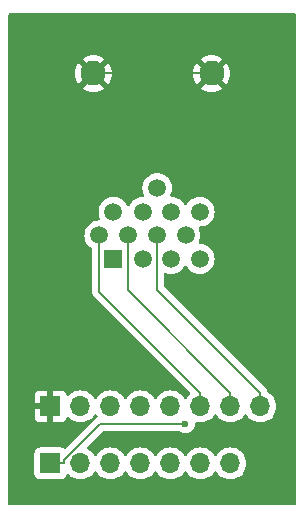
<source format=gbr>
%TF.GenerationSoftware,KiCad,Pcbnew,8.0.6*%
%TF.CreationDate,2025-02-06T00:10:06+01:00*%
%TF.ProjectId,breakout,62726561-6b6f-4757-942e-6b696361645f,rev?*%
%TF.SameCoordinates,Original*%
%TF.FileFunction,Copper,L2,Bot*%
%TF.FilePolarity,Positive*%
%FSLAX46Y46*%
G04 Gerber Fmt 4.6, Leading zero omitted, Abs format (unit mm)*
G04 Created by KiCad (PCBNEW 8.0.6) date 2025-02-06 00:10:06*
%MOMM*%
%LPD*%
G01*
G04 APERTURE LIST*
%TA.AperFunction,ComponentPad*%
%ADD10R,1.508000X1.508000*%
%TD*%
%TA.AperFunction,ComponentPad*%
%ADD11C,1.508000*%
%TD*%
%TA.AperFunction,ComponentPad*%
%ADD12C,2.100000*%
%TD*%
%TA.AperFunction,ComponentPad*%
%ADD13R,1.700000X1.700000*%
%TD*%
%TA.AperFunction,ComponentPad*%
%ADD14O,1.700000X1.700000*%
%TD*%
%TA.AperFunction,ViaPad*%
%ADD15C,0.600000*%
%TD*%
%TA.AperFunction,Conductor*%
%ADD16C,0.200000*%
%TD*%
G04 APERTURE END LIST*
D10*
%TO.P,J1,1,1*%
%TO.N,/e*%
X91442000Y-102568000D03*
D11*
%TO.P,J1,2,2*%
%TO.N,/B*%
X93942000Y-102568000D03*
%TO.P,J1,3,3*%
%TO.N,/G*%
X96342000Y-102568000D03*
%TO.P,J1,4,4*%
%TO.N,/D*%
X98742000Y-102568000D03*
%TO.P,J1,5,5*%
%TO.N,/A*%
X90242000Y-100568000D03*
%TO.P,J1,6,6*%
%TO.N,/E*%
X92642000Y-100568000D03*
%TO.P,J1,7,7*%
%TO.N,/Pickup*%
X95142000Y-100568000D03*
%TO.P,J1,8,8*%
%TO.N,/level*%
X97542000Y-100568000D03*
%TO.P,J1,9,9*%
%TO.N,/select*%
X91442000Y-98568000D03*
%TO.P,J1,10,10*%
%TO.N,/sw1*%
X93942000Y-98568000D03*
%TO.P,J1,11,11*%
%TO.N,/sw2*%
X96342000Y-98568000D03*
%TO.P,J1,12,12*%
%TO.N,/vcc*%
X98742000Y-98568000D03*
%TO.P,J1,13,13*%
%TO.N,/vee*%
X95142000Y-96568000D03*
D12*
%TO.P,J1,E1,GND*%
%TO.N,GND*%
X99742000Y-86868000D03*
%TO.P,J1,E2,GND__1*%
X89742000Y-86868000D03*
%TD*%
D13*
%TO.P,J3,1,Pin_1*%
%TO.N,/level*%
X86106000Y-119888000D03*
D14*
%TO.P,J3,2,Pin_2*%
%TO.N,/select*%
X88646000Y-119888000D03*
%TO.P,J3,3,Pin_3*%
%TO.N,unconnected-(J3-Pin_3-Pad3)*%
X91186000Y-119888000D03*
%TO.P,J3,4,Pin_4*%
%TO.N,/sw1*%
X93726000Y-119888000D03*
%TO.P,J3,5,Pin_5*%
%TO.N,/sw2*%
X96266000Y-119888000D03*
%TO.P,J3,6,Pin_6*%
%TO.N,/vcc*%
X98806000Y-119888000D03*
%TO.P,J3,7,Pin_7*%
%TO.N,/vee*%
X101346000Y-119888000D03*
%TD*%
D13*
%TO.P,J2,1,Pin_1*%
%TO.N,GND*%
X86106000Y-115062000D03*
D14*
%TO.P,J2,2,Pin_2*%
%TO.N,/e*%
X88646000Y-115062000D03*
%TO.P,J2,3,Pin_3*%
%TO.N,/B*%
X91186000Y-115062000D03*
%TO.P,J2,4,Pin_4*%
%TO.N,/G*%
X93726000Y-115062000D03*
%TO.P,J2,5,Pin_5*%
%TO.N,/D*%
X96266000Y-115062000D03*
%TO.P,J2,6,Pin_6*%
%TO.N,/A*%
X98806000Y-115062000D03*
%TO.P,J2,7,Pin_7*%
%TO.N,/E*%
X101346000Y-115062000D03*
%TO.P,J2,8,Pin_8*%
%TO.N,/Pickup*%
X103886000Y-115062000D03*
%TD*%
D15*
%TO.N,/level*%
X97536000Y-116523000D03*
%TD*%
D16*
%TO.N,/level*%
X90335100Y-116523000D02*
X97536000Y-116523000D01*
X87257700Y-119600000D02*
X90335100Y-116523000D01*
X87257700Y-119888000D02*
X87257700Y-119600000D01*
X86106000Y-119888000D02*
X87257700Y-119888000D01*
%TO.N,/A*%
X90242000Y-105346000D02*
X90242000Y-100568000D01*
X98806000Y-113910000D02*
X90242000Y-105346000D01*
X98806000Y-115062000D02*
X98806000Y-113910000D01*
%TO.N,/Pickup*%
X95142000Y-105166000D02*
X95142000Y-100568000D01*
X103886000Y-113910000D02*
X95142000Y-105166000D01*
X103886000Y-115062000D02*
X103886000Y-113910000D01*
%TO.N,/E*%
X92642000Y-105206000D02*
X92642000Y-100568000D01*
X101346000Y-113910000D02*
X92642000Y-105206000D01*
X101346000Y-115062000D02*
X101346000Y-113910000D01*
%TO.N,GND*%
X99742000Y-86868000D02*
X89742000Y-86868000D01*
%TD*%
%TA.AperFunction,Conductor*%
%TO.N,GND*%
G36*
X106877039Y-81800185D02*
G01*
X106922794Y-81852989D01*
X106934000Y-81904500D01*
X106934000Y-123320000D01*
X106914315Y-123387039D01*
X106861511Y-123432794D01*
X106810000Y-123444000D01*
X82674000Y-123444000D01*
X82606961Y-123424315D01*
X82561206Y-123371511D01*
X82550000Y-123320000D01*
X82550000Y-118990135D01*
X84755500Y-118990135D01*
X84755500Y-120785870D01*
X84755501Y-120785876D01*
X84761908Y-120845483D01*
X84812202Y-120980328D01*
X84812206Y-120980335D01*
X84898452Y-121095544D01*
X84898455Y-121095547D01*
X85013664Y-121181793D01*
X85013671Y-121181797D01*
X85148517Y-121232091D01*
X85148516Y-121232091D01*
X85155444Y-121232835D01*
X85208127Y-121238500D01*
X87003872Y-121238499D01*
X87063483Y-121232091D01*
X87198331Y-121181796D01*
X87313546Y-121095546D01*
X87399796Y-120980331D01*
X87448810Y-120848916D01*
X87490681Y-120792984D01*
X87556145Y-120768566D01*
X87624418Y-120783417D01*
X87652673Y-120804569D01*
X87774599Y-120926495D01*
X87871384Y-120994265D01*
X87968165Y-121062032D01*
X87968167Y-121062033D01*
X87968170Y-121062035D01*
X88182337Y-121161903D01*
X88410592Y-121223063D01*
X88587034Y-121238500D01*
X88645999Y-121243659D01*
X88646000Y-121243659D01*
X88646001Y-121243659D01*
X88704966Y-121238500D01*
X88881408Y-121223063D01*
X89109663Y-121161903D01*
X89323830Y-121062035D01*
X89517401Y-120926495D01*
X89684495Y-120759401D01*
X89814425Y-120573842D01*
X89869002Y-120530217D01*
X89938500Y-120523023D01*
X90000855Y-120554546D01*
X90017575Y-120573842D01*
X90147500Y-120759395D01*
X90147505Y-120759401D01*
X90314599Y-120926495D01*
X90411384Y-120994265D01*
X90508165Y-121062032D01*
X90508167Y-121062033D01*
X90508170Y-121062035D01*
X90722337Y-121161903D01*
X90950592Y-121223063D01*
X91127034Y-121238500D01*
X91185999Y-121243659D01*
X91186000Y-121243659D01*
X91186001Y-121243659D01*
X91244966Y-121238500D01*
X91421408Y-121223063D01*
X91649663Y-121161903D01*
X91863830Y-121062035D01*
X92057401Y-120926495D01*
X92224495Y-120759401D01*
X92354425Y-120573842D01*
X92409002Y-120530217D01*
X92478500Y-120523023D01*
X92540855Y-120554546D01*
X92557575Y-120573842D01*
X92687500Y-120759395D01*
X92687505Y-120759401D01*
X92854599Y-120926495D01*
X92951384Y-120994265D01*
X93048165Y-121062032D01*
X93048167Y-121062033D01*
X93048170Y-121062035D01*
X93262337Y-121161903D01*
X93490592Y-121223063D01*
X93667034Y-121238500D01*
X93725999Y-121243659D01*
X93726000Y-121243659D01*
X93726001Y-121243659D01*
X93784966Y-121238500D01*
X93961408Y-121223063D01*
X94189663Y-121161903D01*
X94403830Y-121062035D01*
X94597401Y-120926495D01*
X94764495Y-120759401D01*
X94894425Y-120573842D01*
X94949002Y-120530217D01*
X95018500Y-120523023D01*
X95080855Y-120554546D01*
X95097575Y-120573842D01*
X95227500Y-120759395D01*
X95227505Y-120759401D01*
X95394599Y-120926495D01*
X95491384Y-120994265D01*
X95588165Y-121062032D01*
X95588167Y-121062033D01*
X95588170Y-121062035D01*
X95802337Y-121161903D01*
X96030592Y-121223063D01*
X96207034Y-121238500D01*
X96265999Y-121243659D01*
X96266000Y-121243659D01*
X96266001Y-121243659D01*
X96324966Y-121238500D01*
X96501408Y-121223063D01*
X96729663Y-121161903D01*
X96943830Y-121062035D01*
X97137401Y-120926495D01*
X97304495Y-120759401D01*
X97434425Y-120573842D01*
X97489002Y-120530217D01*
X97558500Y-120523023D01*
X97620855Y-120554546D01*
X97637575Y-120573842D01*
X97767500Y-120759395D01*
X97767505Y-120759401D01*
X97934599Y-120926495D01*
X98031384Y-120994265D01*
X98128165Y-121062032D01*
X98128167Y-121062033D01*
X98128170Y-121062035D01*
X98342337Y-121161903D01*
X98570592Y-121223063D01*
X98747034Y-121238500D01*
X98805999Y-121243659D01*
X98806000Y-121243659D01*
X98806001Y-121243659D01*
X98864966Y-121238500D01*
X99041408Y-121223063D01*
X99269663Y-121161903D01*
X99483830Y-121062035D01*
X99677401Y-120926495D01*
X99844495Y-120759401D01*
X99974425Y-120573842D01*
X100029002Y-120530217D01*
X100098500Y-120523023D01*
X100160855Y-120554546D01*
X100177575Y-120573842D01*
X100307500Y-120759395D01*
X100307505Y-120759401D01*
X100474599Y-120926495D01*
X100571384Y-120994265D01*
X100668165Y-121062032D01*
X100668167Y-121062033D01*
X100668170Y-121062035D01*
X100882337Y-121161903D01*
X101110592Y-121223063D01*
X101287034Y-121238500D01*
X101345999Y-121243659D01*
X101346000Y-121243659D01*
X101346001Y-121243659D01*
X101404966Y-121238500D01*
X101581408Y-121223063D01*
X101809663Y-121161903D01*
X102023830Y-121062035D01*
X102217401Y-120926495D01*
X102384495Y-120759401D01*
X102520035Y-120565830D01*
X102619903Y-120351663D01*
X102681063Y-120123408D01*
X102701659Y-119888000D01*
X102681063Y-119652592D01*
X102619903Y-119424337D01*
X102520035Y-119210171D01*
X102514425Y-119202158D01*
X102384494Y-119016597D01*
X102217402Y-118849506D01*
X102217395Y-118849501D01*
X102023834Y-118713967D01*
X102023830Y-118713965D01*
X101969782Y-118688762D01*
X101809663Y-118614097D01*
X101809659Y-118614096D01*
X101809655Y-118614094D01*
X101581413Y-118552938D01*
X101581403Y-118552936D01*
X101346001Y-118532341D01*
X101345999Y-118532341D01*
X101110596Y-118552936D01*
X101110586Y-118552938D01*
X100882344Y-118614094D01*
X100882335Y-118614098D01*
X100668171Y-118713964D01*
X100668169Y-118713965D01*
X100474597Y-118849505D01*
X100307505Y-119016597D01*
X100177575Y-119202158D01*
X100122998Y-119245783D01*
X100053500Y-119252977D01*
X99991145Y-119221454D01*
X99974425Y-119202158D01*
X99844494Y-119016597D01*
X99677402Y-118849506D01*
X99677395Y-118849501D01*
X99483834Y-118713967D01*
X99483830Y-118713965D01*
X99429782Y-118688762D01*
X99269663Y-118614097D01*
X99269659Y-118614096D01*
X99269655Y-118614094D01*
X99041413Y-118552938D01*
X99041403Y-118552936D01*
X98806001Y-118532341D01*
X98805999Y-118532341D01*
X98570596Y-118552936D01*
X98570586Y-118552938D01*
X98342344Y-118614094D01*
X98342335Y-118614098D01*
X98128171Y-118713964D01*
X98128169Y-118713965D01*
X97934597Y-118849505D01*
X97767505Y-119016597D01*
X97637575Y-119202158D01*
X97582998Y-119245783D01*
X97513500Y-119252977D01*
X97451145Y-119221454D01*
X97434425Y-119202158D01*
X97304494Y-119016597D01*
X97137402Y-118849506D01*
X97137395Y-118849501D01*
X96943834Y-118713967D01*
X96943830Y-118713965D01*
X96889782Y-118688762D01*
X96729663Y-118614097D01*
X96729659Y-118614096D01*
X96729655Y-118614094D01*
X96501413Y-118552938D01*
X96501403Y-118552936D01*
X96266001Y-118532341D01*
X96265999Y-118532341D01*
X96030596Y-118552936D01*
X96030586Y-118552938D01*
X95802344Y-118614094D01*
X95802335Y-118614098D01*
X95588171Y-118713964D01*
X95588169Y-118713965D01*
X95394597Y-118849505D01*
X95227505Y-119016597D01*
X95097575Y-119202158D01*
X95042998Y-119245783D01*
X94973500Y-119252977D01*
X94911145Y-119221454D01*
X94894425Y-119202158D01*
X94764494Y-119016597D01*
X94597402Y-118849506D01*
X94597395Y-118849501D01*
X94403834Y-118713967D01*
X94403830Y-118713965D01*
X94349782Y-118688762D01*
X94189663Y-118614097D01*
X94189659Y-118614096D01*
X94189655Y-118614094D01*
X93961413Y-118552938D01*
X93961403Y-118552936D01*
X93726001Y-118532341D01*
X93725999Y-118532341D01*
X93490596Y-118552936D01*
X93490586Y-118552938D01*
X93262344Y-118614094D01*
X93262335Y-118614098D01*
X93048171Y-118713964D01*
X93048169Y-118713965D01*
X92854597Y-118849505D01*
X92687505Y-119016597D01*
X92557575Y-119202158D01*
X92502998Y-119245783D01*
X92433500Y-119252977D01*
X92371145Y-119221454D01*
X92354425Y-119202158D01*
X92224494Y-119016597D01*
X92057402Y-118849506D01*
X92057395Y-118849501D01*
X91863834Y-118713967D01*
X91863830Y-118713965D01*
X91809782Y-118688762D01*
X91649663Y-118614097D01*
X91649659Y-118614096D01*
X91649655Y-118614094D01*
X91421413Y-118552938D01*
X91421403Y-118552936D01*
X91186001Y-118532341D01*
X91185999Y-118532341D01*
X90950596Y-118552936D01*
X90950586Y-118552938D01*
X90722344Y-118614094D01*
X90722335Y-118614098D01*
X90508171Y-118713964D01*
X90508169Y-118713965D01*
X90314597Y-118849505D01*
X90147505Y-119016597D01*
X90017575Y-119202158D01*
X89962998Y-119245783D01*
X89893500Y-119252977D01*
X89831145Y-119221454D01*
X89814425Y-119202158D01*
X89684494Y-119016597D01*
X89517402Y-118849506D01*
X89517395Y-118849501D01*
X89323834Y-118713967D01*
X89323831Y-118713965D01*
X89323830Y-118713965D01*
X89258822Y-118683651D01*
X89206383Y-118637478D01*
X89187231Y-118570284D01*
X89207447Y-118503403D01*
X89223549Y-118483585D01*
X89799544Y-117907665D01*
X90547495Y-117159813D01*
X90608820Y-117126332D01*
X90635170Y-117123500D01*
X96953588Y-117123500D01*
X97020627Y-117143185D01*
X97030903Y-117150555D01*
X97033736Y-117152814D01*
X97033738Y-117152816D01*
X97186478Y-117248789D01*
X97356745Y-117308368D01*
X97356750Y-117308369D01*
X97535996Y-117328565D01*
X97536000Y-117328565D01*
X97536004Y-117328565D01*
X97715249Y-117308369D01*
X97715252Y-117308368D01*
X97715255Y-117308368D01*
X97885522Y-117248789D01*
X98038262Y-117152816D01*
X98165816Y-117025262D01*
X98261789Y-116872522D01*
X98321368Y-116702255D01*
X98341565Y-116523000D01*
X98340167Y-116510596D01*
X98352219Y-116441778D01*
X98399567Y-116390397D01*
X98467176Y-116372770D01*
X98495479Y-116376936D01*
X98570592Y-116397063D01*
X98741319Y-116412000D01*
X98805999Y-116417659D01*
X98806000Y-116417659D01*
X98806001Y-116417659D01*
X98870681Y-116412000D01*
X99041408Y-116397063D01*
X99269663Y-116335903D01*
X99483830Y-116236035D01*
X99677401Y-116100495D01*
X99844495Y-115933401D01*
X99974425Y-115747842D01*
X100029002Y-115704217D01*
X100098500Y-115697023D01*
X100160855Y-115728546D01*
X100177575Y-115747842D01*
X100307500Y-115933395D01*
X100307505Y-115933401D01*
X100474599Y-116100495D01*
X100551135Y-116154086D01*
X100668165Y-116236032D01*
X100668167Y-116236033D01*
X100668170Y-116236035D01*
X100882337Y-116335903D01*
X101110592Y-116397063D01*
X101281319Y-116412000D01*
X101345999Y-116417659D01*
X101346000Y-116417659D01*
X101346001Y-116417659D01*
X101410681Y-116412000D01*
X101581408Y-116397063D01*
X101809663Y-116335903D01*
X102023830Y-116236035D01*
X102217401Y-116100495D01*
X102384495Y-115933401D01*
X102514425Y-115747842D01*
X102569002Y-115704217D01*
X102638500Y-115697023D01*
X102700855Y-115728546D01*
X102717575Y-115747842D01*
X102847500Y-115933395D01*
X102847505Y-115933401D01*
X103014599Y-116100495D01*
X103091135Y-116154086D01*
X103208165Y-116236032D01*
X103208167Y-116236033D01*
X103208170Y-116236035D01*
X103422337Y-116335903D01*
X103650592Y-116397063D01*
X103821319Y-116412000D01*
X103885999Y-116417659D01*
X103886000Y-116417659D01*
X103886001Y-116417659D01*
X103950681Y-116412000D01*
X104121408Y-116397063D01*
X104349663Y-116335903D01*
X104563830Y-116236035D01*
X104757401Y-116100495D01*
X104924495Y-115933401D01*
X105060035Y-115739830D01*
X105159903Y-115525663D01*
X105221063Y-115297408D01*
X105241659Y-115062000D01*
X105221063Y-114826592D01*
X105159903Y-114598337D01*
X105060035Y-114384171D01*
X105054425Y-114376158D01*
X104924494Y-114190597D01*
X104757402Y-114023506D01*
X104757395Y-114023501D01*
X104722408Y-113999003D01*
X104680854Y-113969906D01*
X104563831Y-113887965D01*
X104563824Y-113887961D01*
X104545321Y-113879333D01*
X104492882Y-113833160D01*
X104477954Y-113799050D01*
X104445577Y-113678216D01*
X104416638Y-113628092D01*
X104366524Y-113541290D01*
X104366521Y-113541286D01*
X104366520Y-113541284D01*
X104254716Y-113429480D01*
X104254715Y-113429479D01*
X104250385Y-113425149D01*
X104250374Y-113425139D01*
X95778819Y-104953584D01*
X95745334Y-104892261D01*
X95742500Y-104865903D01*
X95742500Y-103866999D01*
X95762185Y-103799960D01*
X95814989Y-103754205D01*
X95884147Y-103744261D01*
X95908920Y-103750481D01*
X95911288Y-103751342D01*
X95911297Y-103751347D01*
X96123326Y-103808161D01*
X96279521Y-103821826D01*
X96341998Y-103827292D01*
X96342000Y-103827292D01*
X96342002Y-103827292D01*
X96396786Y-103822499D01*
X96560674Y-103808161D01*
X96772703Y-103751347D01*
X96971646Y-103658579D01*
X97151457Y-103532674D01*
X97306674Y-103377457D01*
X97432579Y-103197646D01*
X97432583Y-103197637D01*
X97434608Y-103194130D01*
X97485172Y-103145910D01*
X97553778Y-103132683D01*
X97618645Y-103158646D01*
X97649392Y-103194130D01*
X97651425Y-103197653D01*
X97777322Y-103377452D01*
X97777327Y-103377458D01*
X97932541Y-103532672D01*
X97932547Y-103532677D01*
X98112349Y-103658576D01*
X98112351Y-103658577D01*
X98112354Y-103658579D01*
X98311297Y-103751347D01*
X98523326Y-103808161D01*
X98679521Y-103821826D01*
X98741998Y-103827292D01*
X98742000Y-103827292D01*
X98742002Y-103827292D01*
X98796786Y-103822499D01*
X98960674Y-103808161D01*
X99172703Y-103751347D01*
X99371646Y-103658579D01*
X99551457Y-103532674D01*
X99706674Y-103377457D01*
X99832579Y-103197646D01*
X99925347Y-102998703D01*
X99982161Y-102786674D01*
X100001292Y-102568000D01*
X99982161Y-102349326D01*
X99925347Y-102137297D01*
X99832579Y-101938354D01*
X99832577Y-101938351D01*
X99832576Y-101938349D01*
X99706677Y-101758547D01*
X99706672Y-101758541D01*
X99551458Y-101603327D01*
X99551452Y-101603322D01*
X99371650Y-101477423D01*
X99371642Y-101477419D01*
X99172708Y-101384655D01*
X99172706Y-101384654D01*
X99172703Y-101384653D01*
X99021885Y-101344240D01*
X98960675Y-101327839D01*
X98960668Y-101327838D01*
X98763525Y-101310591D01*
X98698456Y-101285139D01*
X98657477Y-101228548D01*
X98653599Y-101158786D01*
X98661948Y-101134662D01*
X98725347Y-100998703D01*
X98782161Y-100786674D01*
X98801292Y-100568000D01*
X98782161Y-100349326D01*
X98725347Y-100137297D01*
X98661950Y-100001340D01*
X98651458Y-99932263D01*
X98679978Y-99868479D01*
X98738455Y-99830240D01*
X98763516Y-99825409D01*
X98960674Y-99808161D01*
X99172703Y-99751347D01*
X99371646Y-99658579D01*
X99551457Y-99532674D01*
X99706674Y-99377457D01*
X99832579Y-99197646D01*
X99925347Y-98998703D01*
X99982161Y-98786674D01*
X100001292Y-98568000D01*
X99982161Y-98349326D01*
X99925347Y-98137297D01*
X99832579Y-97938354D01*
X99832577Y-97938351D01*
X99832576Y-97938349D01*
X99706677Y-97758547D01*
X99706672Y-97758541D01*
X99551458Y-97603327D01*
X99551452Y-97603322D01*
X99371650Y-97477423D01*
X99371642Y-97477419D01*
X99172708Y-97384655D01*
X99172706Y-97384654D01*
X99172703Y-97384653D01*
X99021885Y-97344240D01*
X98960675Y-97327839D01*
X98960668Y-97327838D01*
X98742002Y-97308708D01*
X98741998Y-97308708D01*
X98523331Y-97327838D01*
X98523324Y-97327839D01*
X98400902Y-97360642D01*
X98311297Y-97384653D01*
X98311295Y-97384653D01*
X98311291Y-97384655D01*
X98112357Y-97477419D01*
X98112349Y-97477423D01*
X97932547Y-97603322D01*
X97932541Y-97603327D01*
X97777327Y-97758541D01*
X97777322Y-97758547D01*
X97651420Y-97938353D01*
X97649388Y-97941875D01*
X97598822Y-97990092D01*
X97530215Y-98003316D01*
X97465350Y-97977349D01*
X97434612Y-97941875D01*
X97432579Y-97938353D01*
X97306677Y-97758547D01*
X97306672Y-97758541D01*
X97151458Y-97603327D01*
X97151452Y-97603322D01*
X96971650Y-97477423D01*
X96971642Y-97477419D01*
X96772708Y-97384655D01*
X96772706Y-97384654D01*
X96772703Y-97384653D01*
X96621885Y-97344240D01*
X96560675Y-97327839D01*
X96560668Y-97327838D01*
X96363525Y-97310591D01*
X96298456Y-97285139D01*
X96257477Y-97228548D01*
X96253599Y-97158786D01*
X96261950Y-97134659D01*
X96325347Y-96998703D01*
X96382161Y-96786674D01*
X96401292Y-96568000D01*
X96382161Y-96349326D01*
X96325347Y-96137297D01*
X96232579Y-95938354D01*
X96232577Y-95938351D01*
X96232576Y-95938349D01*
X96106677Y-95758547D01*
X96106672Y-95758541D01*
X95951458Y-95603327D01*
X95951452Y-95603322D01*
X95771650Y-95477423D01*
X95771642Y-95477419D01*
X95572708Y-95384655D01*
X95572706Y-95384654D01*
X95572703Y-95384653D01*
X95421885Y-95344240D01*
X95360675Y-95327839D01*
X95360668Y-95327838D01*
X95142002Y-95308708D01*
X95141998Y-95308708D01*
X94923331Y-95327838D01*
X94923324Y-95327839D01*
X94800902Y-95360642D01*
X94711297Y-95384653D01*
X94711295Y-95384653D01*
X94711291Y-95384655D01*
X94512357Y-95477419D01*
X94512349Y-95477423D01*
X94332547Y-95603322D01*
X94332541Y-95603327D01*
X94177327Y-95758541D01*
X94177322Y-95758547D01*
X94051423Y-95938349D01*
X94051419Y-95938357D01*
X93958655Y-96137291D01*
X93901839Y-96349324D01*
X93901838Y-96349331D01*
X93882708Y-96567997D01*
X93882708Y-96568000D01*
X93901839Y-96786674D01*
X93958653Y-96998703D01*
X93958654Y-96998706D01*
X93958655Y-96998708D01*
X94022049Y-97134659D01*
X94032541Y-97203737D01*
X94004021Y-97267520D01*
X93945544Y-97305759D01*
X93920474Y-97310591D01*
X93723331Y-97327838D01*
X93723324Y-97327839D01*
X93600902Y-97360642D01*
X93511297Y-97384653D01*
X93511295Y-97384653D01*
X93511291Y-97384655D01*
X93312357Y-97477419D01*
X93312349Y-97477423D01*
X93132547Y-97603322D01*
X93132541Y-97603327D01*
X92977327Y-97758541D01*
X92977322Y-97758547D01*
X92851423Y-97938349D01*
X92851421Y-97938353D01*
X92804382Y-98039230D01*
X92758210Y-98091669D01*
X92691016Y-98110821D01*
X92624135Y-98090605D01*
X92579618Y-98039230D01*
X92562871Y-98003316D01*
X92532579Y-97938354D01*
X92532577Y-97938351D01*
X92532576Y-97938349D01*
X92406677Y-97758547D01*
X92406672Y-97758541D01*
X92251458Y-97603327D01*
X92251452Y-97603322D01*
X92071650Y-97477423D01*
X92071642Y-97477419D01*
X91872708Y-97384655D01*
X91872706Y-97384654D01*
X91872703Y-97384653D01*
X91721885Y-97344240D01*
X91660675Y-97327839D01*
X91660668Y-97327838D01*
X91442002Y-97308708D01*
X91441998Y-97308708D01*
X91223331Y-97327838D01*
X91223324Y-97327839D01*
X91100902Y-97360642D01*
X91011297Y-97384653D01*
X91011295Y-97384653D01*
X91011291Y-97384655D01*
X90812357Y-97477419D01*
X90812349Y-97477423D01*
X90632547Y-97603322D01*
X90632541Y-97603327D01*
X90477327Y-97758541D01*
X90477322Y-97758547D01*
X90351423Y-97938349D01*
X90351419Y-97938357D01*
X90258655Y-98137291D01*
X90201839Y-98349324D01*
X90201838Y-98349331D01*
X90192000Y-98461789D01*
X90182708Y-98568000D01*
X90201839Y-98786674D01*
X90258653Y-98998703D01*
X90258654Y-98998706D01*
X90258655Y-98998708D01*
X90322049Y-99134659D01*
X90332541Y-99203737D01*
X90304021Y-99267520D01*
X90245544Y-99305759D01*
X90220474Y-99310591D01*
X90023331Y-99327838D01*
X90023324Y-99327839D01*
X89900902Y-99360642D01*
X89811297Y-99384653D01*
X89811295Y-99384653D01*
X89811291Y-99384655D01*
X89612357Y-99477419D01*
X89612349Y-99477423D01*
X89432547Y-99603322D01*
X89432541Y-99603327D01*
X89277327Y-99758541D01*
X89277322Y-99758547D01*
X89151423Y-99938349D01*
X89151419Y-99938357D01*
X89058655Y-100137291D01*
X89001839Y-100349324D01*
X89001838Y-100349331D01*
X88992000Y-100461789D01*
X88982708Y-100568000D01*
X89001839Y-100786674D01*
X89058653Y-100998703D01*
X89058654Y-100998706D01*
X89058655Y-100998708D01*
X89151419Y-101197642D01*
X89151423Y-101197650D01*
X89277322Y-101377452D01*
X89277326Y-101377457D01*
X89432543Y-101532674D01*
X89588623Y-101641962D01*
X89632248Y-101696539D01*
X89641500Y-101743537D01*
X89641500Y-105259330D01*
X89641499Y-105259348D01*
X89641499Y-105266943D01*
X89641499Y-105425057D01*
X89670882Y-105534714D01*
X89682423Y-105577785D01*
X89711358Y-105627900D01*
X89711359Y-105627904D01*
X89711360Y-105627904D01*
X89761479Y-105714714D01*
X89761481Y-105714717D01*
X89880349Y-105833585D01*
X89880355Y-105833590D01*
X97914753Y-113867988D01*
X97948238Y-113929311D01*
X97943254Y-113999003D01*
X97914753Y-114043350D01*
X97767505Y-114190597D01*
X97637575Y-114376158D01*
X97582998Y-114419783D01*
X97513500Y-114426977D01*
X97451145Y-114395454D01*
X97434425Y-114376158D01*
X97304494Y-114190597D01*
X97137402Y-114023506D01*
X97137395Y-114023501D01*
X96943834Y-113887967D01*
X96943830Y-113887965D01*
X96866499Y-113851905D01*
X96729663Y-113788097D01*
X96729659Y-113788096D01*
X96729655Y-113788094D01*
X96501413Y-113726938D01*
X96501403Y-113726936D01*
X96266001Y-113706341D01*
X96265999Y-113706341D01*
X96030596Y-113726936D01*
X96030586Y-113726938D01*
X95802344Y-113788094D01*
X95802335Y-113788098D01*
X95588171Y-113887964D01*
X95588169Y-113887965D01*
X95394597Y-114023505D01*
X95227505Y-114190597D01*
X95097575Y-114376158D01*
X95042998Y-114419783D01*
X94973500Y-114426977D01*
X94911145Y-114395454D01*
X94894425Y-114376158D01*
X94764494Y-114190597D01*
X94597402Y-114023506D01*
X94597395Y-114023501D01*
X94403834Y-113887967D01*
X94403830Y-113887965D01*
X94326499Y-113851905D01*
X94189663Y-113788097D01*
X94189659Y-113788096D01*
X94189655Y-113788094D01*
X93961413Y-113726938D01*
X93961403Y-113726936D01*
X93726001Y-113706341D01*
X93725999Y-113706341D01*
X93490596Y-113726936D01*
X93490586Y-113726938D01*
X93262344Y-113788094D01*
X93262335Y-113788098D01*
X93048171Y-113887964D01*
X93048169Y-113887965D01*
X92854597Y-114023505D01*
X92687505Y-114190597D01*
X92557575Y-114376158D01*
X92502998Y-114419783D01*
X92433500Y-114426977D01*
X92371145Y-114395454D01*
X92354425Y-114376158D01*
X92224494Y-114190597D01*
X92057402Y-114023506D01*
X92057395Y-114023501D01*
X91863834Y-113887967D01*
X91863830Y-113887965D01*
X91786499Y-113851905D01*
X91649663Y-113788097D01*
X91649659Y-113788096D01*
X91649655Y-113788094D01*
X91421413Y-113726938D01*
X91421403Y-113726936D01*
X91186001Y-113706341D01*
X91185999Y-113706341D01*
X90950596Y-113726936D01*
X90950586Y-113726938D01*
X90722344Y-113788094D01*
X90722335Y-113788098D01*
X90508171Y-113887964D01*
X90508169Y-113887965D01*
X90314597Y-114023505D01*
X90147505Y-114190597D01*
X90017575Y-114376158D01*
X89962998Y-114419783D01*
X89893500Y-114426977D01*
X89831145Y-114395454D01*
X89814425Y-114376158D01*
X89684494Y-114190597D01*
X89517402Y-114023506D01*
X89517395Y-114023501D01*
X89323834Y-113887967D01*
X89323830Y-113887965D01*
X89246499Y-113851905D01*
X89109663Y-113788097D01*
X89109659Y-113788096D01*
X89109655Y-113788094D01*
X88881413Y-113726938D01*
X88881403Y-113726936D01*
X88646001Y-113706341D01*
X88645999Y-113706341D01*
X88410596Y-113726936D01*
X88410586Y-113726938D01*
X88182344Y-113788094D01*
X88182335Y-113788098D01*
X87968171Y-113887964D01*
X87968169Y-113887965D01*
X87774600Y-114023503D01*
X87652284Y-114145819D01*
X87590961Y-114179303D01*
X87521269Y-114174319D01*
X87465336Y-114132447D01*
X87448421Y-114101470D01*
X87399354Y-113969913D01*
X87399350Y-113969906D01*
X87313190Y-113854812D01*
X87313187Y-113854809D01*
X87198093Y-113768649D01*
X87198086Y-113768645D01*
X87063379Y-113718403D01*
X87063372Y-113718401D01*
X87003844Y-113712000D01*
X86356000Y-113712000D01*
X86356000Y-114628988D01*
X86298993Y-114596075D01*
X86171826Y-114562000D01*
X86040174Y-114562000D01*
X85913007Y-114596075D01*
X85856000Y-114628988D01*
X85856000Y-113712000D01*
X85208155Y-113712000D01*
X85148627Y-113718401D01*
X85148620Y-113718403D01*
X85013913Y-113768645D01*
X85013906Y-113768649D01*
X84898812Y-113854809D01*
X84898809Y-113854812D01*
X84812649Y-113969906D01*
X84812645Y-113969913D01*
X84762403Y-114104620D01*
X84762401Y-114104627D01*
X84756000Y-114164155D01*
X84756000Y-114812000D01*
X85672988Y-114812000D01*
X85640075Y-114869007D01*
X85606000Y-114996174D01*
X85606000Y-115127826D01*
X85640075Y-115254993D01*
X85672988Y-115312000D01*
X84756000Y-115312000D01*
X84756000Y-115959844D01*
X84762401Y-116019372D01*
X84762403Y-116019379D01*
X84812645Y-116154086D01*
X84812649Y-116154093D01*
X84898809Y-116269187D01*
X84898812Y-116269190D01*
X85013906Y-116355350D01*
X85013913Y-116355354D01*
X85148620Y-116405596D01*
X85148627Y-116405598D01*
X85208155Y-116411999D01*
X85208172Y-116412000D01*
X85856000Y-116412000D01*
X85856000Y-115495012D01*
X85913007Y-115527925D01*
X86040174Y-115562000D01*
X86171826Y-115562000D01*
X86298993Y-115527925D01*
X86356000Y-115495012D01*
X86356000Y-116412000D01*
X87003828Y-116412000D01*
X87003844Y-116411999D01*
X87063372Y-116405598D01*
X87063379Y-116405596D01*
X87198086Y-116355354D01*
X87198093Y-116355350D01*
X87313187Y-116269190D01*
X87313190Y-116269187D01*
X87399350Y-116154093D01*
X87399354Y-116154086D01*
X87448422Y-116022529D01*
X87490293Y-115966595D01*
X87555757Y-115942178D01*
X87624030Y-115957030D01*
X87652285Y-115978181D01*
X87774599Y-116100495D01*
X87851135Y-116154086D01*
X87968165Y-116236032D01*
X87968167Y-116236033D01*
X87968170Y-116236035D01*
X88182337Y-116335903D01*
X88410592Y-116397063D01*
X88581319Y-116412000D01*
X88645999Y-116417659D01*
X88646000Y-116417659D01*
X88646001Y-116417659D01*
X88710681Y-116412000D01*
X88881408Y-116397063D01*
X89109663Y-116335903D01*
X89323830Y-116236035D01*
X89517401Y-116100495D01*
X89684495Y-115933401D01*
X89814425Y-115747842D01*
X89869002Y-115704217D01*
X89938500Y-115697023D01*
X90000855Y-115728546D01*
X90017575Y-115747842D01*
X90072135Y-115825762D01*
X90094462Y-115891968D01*
X90077452Y-115959735D01*
X90032570Y-116004266D01*
X90030608Y-116005399D01*
X90030592Y-116005408D01*
X89966400Y-116042464D01*
X89908369Y-116100495D01*
X87397830Y-118610706D01*
X87336504Y-118644187D01*
X87266813Y-118639198D01*
X87235842Y-118622285D01*
X87224904Y-118614097D01*
X87198331Y-118594204D01*
X87198328Y-118594202D01*
X87063482Y-118543908D01*
X87063483Y-118543908D01*
X87003883Y-118537501D01*
X87003881Y-118537500D01*
X87003873Y-118537500D01*
X87003864Y-118537500D01*
X85208129Y-118537500D01*
X85208123Y-118537501D01*
X85148516Y-118543908D01*
X85013671Y-118594202D01*
X85013664Y-118594206D01*
X84898455Y-118680452D01*
X84898452Y-118680455D01*
X84812206Y-118795664D01*
X84812202Y-118795671D01*
X84761908Y-118930517D01*
X84755501Y-118990116D01*
X84755500Y-118990135D01*
X82550000Y-118990135D01*
X82550000Y-86868000D01*
X88187207Y-86868000D01*
X88206348Y-87111219D01*
X88263303Y-87348457D01*
X88356668Y-87573861D01*
X88480504Y-87775941D01*
X89102689Y-87153755D01*
X89121668Y-87199574D01*
X89198274Y-87314224D01*
X89295776Y-87411726D01*
X89410426Y-87488332D01*
X89456242Y-87507309D01*
X88834057Y-88129494D01*
X89036138Y-88253331D01*
X89261542Y-88346696D01*
X89498780Y-88403651D01*
X89498779Y-88403651D01*
X89742000Y-88422792D01*
X89985219Y-88403651D01*
X90222457Y-88346696D01*
X90447861Y-88253331D01*
X90649941Y-88129495D01*
X90649941Y-88129494D01*
X90027757Y-87507309D01*
X90073574Y-87488332D01*
X90188224Y-87411726D01*
X90285726Y-87314224D01*
X90362332Y-87199574D01*
X90381309Y-87153756D01*
X91003494Y-87775941D01*
X91003495Y-87775941D01*
X91127331Y-87573861D01*
X91220696Y-87348457D01*
X91277651Y-87111219D01*
X91296792Y-86868000D01*
X98187207Y-86868000D01*
X98206348Y-87111219D01*
X98263303Y-87348457D01*
X98356668Y-87573861D01*
X98480504Y-87775941D01*
X99102689Y-87153755D01*
X99121668Y-87199574D01*
X99198274Y-87314224D01*
X99295776Y-87411726D01*
X99410426Y-87488332D01*
X99456242Y-87507309D01*
X98834057Y-88129494D01*
X99036138Y-88253331D01*
X99261542Y-88346696D01*
X99498780Y-88403651D01*
X99498779Y-88403651D01*
X99742000Y-88422792D01*
X99985219Y-88403651D01*
X100222457Y-88346696D01*
X100447861Y-88253331D01*
X100649941Y-88129495D01*
X100649941Y-88129494D01*
X100027757Y-87507309D01*
X100073574Y-87488332D01*
X100188224Y-87411726D01*
X100285726Y-87314224D01*
X100362332Y-87199574D01*
X100381309Y-87153756D01*
X101003494Y-87775941D01*
X101003495Y-87775941D01*
X101127331Y-87573861D01*
X101220696Y-87348457D01*
X101277651Y-87111219D01*
X101296792Y-86868000D01*
X101277651Y-86624780D01*
X101220696Y-86387542D01*
X101127331Y-86162138D01*
X101003494Y-85960057D01*
X100381309Y-86582242D01*
X100362332Y-86536426D01*
X100285726Y-86421776D01*
X100188224Y-86324274D01*
X100073574Y-86247668D01*
X100027756Y-86228689D01*
X100649941Y-85606504D01*
X100447861Y-85482668D01*
X100222457Y-85389303D01*
X99985219Y-85332348D01*
X99985220Y-85332348D01*
X99742000Y-85313207D01*
X99498780Y-85332348D01*
X99261542Y-85389303D01*
X99036138Y-85482668D01*
X98834057Y-85606504D01*
X99456243Y-86228689D01*
X99410426Y-86247668D01*
X99295776Y-86324274D01*
X99198274Y-86421776D01*
X99121668Y-86536426D01*
X99102690Y-86582243D01*
X98480504Y-85960057D01*
X98356668Y-86162138D01*
X98263303Y-86387542D01*
X98206348Y-86624780D01*
X98187207Y-86868000D01*
X91296792Y-86868000D01*
X91277651Y-86624780D01*
X91220696Y-86387542D01*
X91127331Y-86162138D01*
X91003494Y-85960057D01*
X90381309Y-86582242D01*
X90362332Y-86536426D01*
X90285726Y-86421776D01*
X90188224Y-86324274D01*
X90073574Y-86247668D01*
X90027756Y-86228689D01*
X90649941Y-85606504D01*
X90447861Y-85482668D01*
X90222457Y-85389303D01*
X89985219Y-85332348D01*
X89985220Y-85332348D01*
X89742000Y-85313207D01*
X89498780Y-85332348D01*
X89261542Y-85389303D01*
X89036138Y-85482668D01*
X88834057Y-85606504D01*
X89456243Y-86228689D01*
X89410426Y-86247668D01*
X89295776Y-86324274D01*
X89198274Y-86421776D01*
X89121668Y-86536426D01*
X89102690Y-86582243D01*
X88480504Y-85960057D01*
X88356668Y-86162138D01*
X88263303Y-86387542D01*
X88206348Y-86624780D01*
X88187207Y-86868000D01*
X82550000Y-86868000D01*
X82550000Y-81904500D01*
X82569685Y-81837461D01*
X82622489Y-81791706D01*
X82674000Y-81780500D01*
X106810000Y-81780500D01*
X106877039Y-81800185D01*
G37*
%TD.AperFunction*%
%TD*%
M02*

</source>
